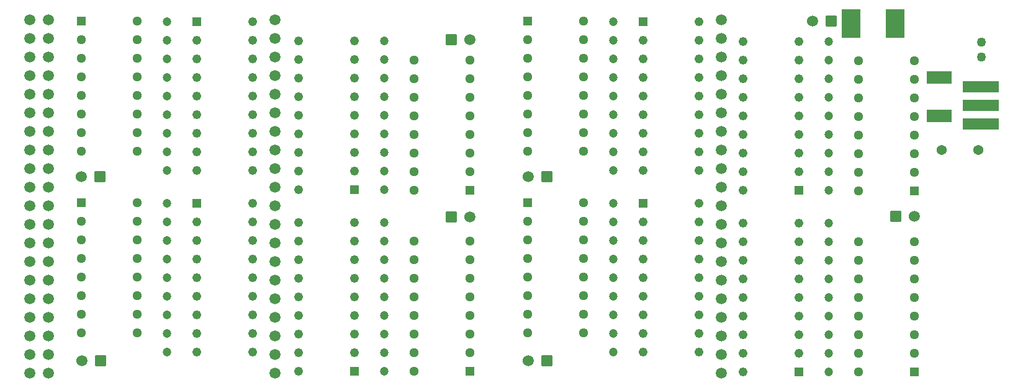
<source format=gts>
G04 #@! TF.GenerationSoftware,KiCad,Pcbnew,8.0.6-8.0.6-0~ubuntu24.04.1*
G04 #@! TF.CreationDate,2024-11-10T23:48:13-05:00*
G04 #@! TF.ProjectId,array,61727261-792e-46b6-9963-61645f706362,rev?*
G04 #@! TF.SameCoordinates,Original*
G04 #@! TF.FileFunction,Soldermask,Top*
G04 #@! TF.FilePolarity,Negative*
%FSLAX46Y46*%
G04 Gerber Fmt 4.6, Leading zero omitted, Abs format (unit mm)*
G04 Created by KiCad (PCBNEW 8.0.6-8.0.6-0~ubuntu24.04.1) date 2024-11-10 23:48:13*
%MOMM*%
%LPD*%
G01*
G04 APERTURE LIST*
G04 Aperture macros list*
%AMRoundRect*
0 Rectangle with rounded corners*
0 $1 Rounding radius*
0 $2 $3 $4 $5 $6 $7 $8 $9 X,Y pos of 4 corners*
0 Add a 4 corners polygon primitive as box body*
4,1,4,$2,$3,$4,$5,$6,$7,$8,$9,$2,$3,0*
0 Add four circle primitives for the rounded corners*
1,1,$1+$1,$2,$3*
1,1,$1+$1,$4,$5*
1,1,$1+$1,$6,$7*
1,1,$1+$1,$8,$9*
0 Add four rect primitives between the rounded corners*
20,1,$1+$1,$2,$3,$4,$5,0*
20,1,$1+$1,$4,$5,$6,$7,0*
20,1,$1+$1,$6,$7,$8,$9,0*
20,1,$1+$1,$8,$9,$2,$3,0*%
G04 Aperture macros list end*
%ADD10C,1.270000*%
%ADD11R,5.000000X1.500000*%
%ADD12R,3.505200X1.778000*%
%ADD13C,1.371600*%
%ADD14R,2.500000X4.000000*%
%ADD15RoundRect,0.102000X0.659000X0.659000X-0.659000X0.659000X-0.659000X-0.659000X0.659000X-0.659000X0*%
%ADD16C,1.522000*%
%ADD17RoundRect,0.102000X-0.659000X-0.659000X0.659000X-0.659000X0.659000X0.659000X-0.659000X0.659000X0*%
%ADD18C,1.500000*%
%ADD19R,1.227074X1.227074*%
%ADD20C,1.227074*%
%ADD21C,1.200000*%
%ADD22R,1.295400X1.295400*%
%ADD23C,1.295400*%
G04 APERTURE END LIST*
D10*
X215760000Y-106135650D03*
X215760000Y-104135650D03*
D11*
X215630000Y-115300000D03*
X215630000Y-112760000D03*
X215630000Y-110220000D03*
D12*
X210000000Y-114146200D03*
X210000000Y-108913800D03*
D13*
X210320000Y-118820000D03*
X215320000Y-118820000D03*
D14*
X197980000Y-101590000D03*
X203980000Y-101590000D03*
D15*
X156430000Y-122440000D03*
D16*
X153890000Y-122440000D03*
D17*
X204050000Y-127870000D03*
D16*
X206590000Y-127870000D03*
D18*
X119350000Y-149340000D03*
X119350000Y-146800000D03*
X119350000Y-144260000D03*
X119350000Y-141720000D03*
X119350000Y-139180000D03*
X119350000Y-136640000D03*
X119350000Y-134100000D03*
X119350000Y-131560000D03*
X119350000Y-129020000D03*
X119350000Y-126480000D03*
X119350000Y-123940000D03*
X119350000Y-121400000D03*
X119350000Y-118860000D03*
X119350000Y-116320000D03*
X119350000Y-113780000D03*
X119350000Y-111240000D03*
X119350000Y-108700000D03*
X119350000Y-106160000D03*
X119350000Y-103620000D03*
X119350000Y-101080000D03*
D15*
X156440000Y-147600000D03*
D16*
X153900000Y-147600000D03*
D17*
X143450000Y-127960000D03*
D16*
X145990000Y-127960000D03*
D15*
X195270000Y-101270000D03*
D16*
X192730000Y-101270000D03*
D18*
X85940000Y-101020000D03*
X85940000Y-103560000D03*
X85940000Y-106100000D03*
X85940000Y-108640000D03*
X85940000Y-111180000D03*
X85940000Y-113720000D03*
X85940000Y-116260000D03*
X85940000Y-118800000D03*
X85940000Y-121340000D03*
X85940000Y-123880000D03*
X85940000Y-126420000D03*
X85940000Y-128960000D03*
X85940000Y-131500000D03*
X85940000Y-134040000D03*
X85940000Y-136580000D03*
X85940000Y-139120000D03*
X85940000Y-141660000D03*
X85940000Y-144200000D03*
X85940000Y-146740000D03*
X85940000Y-149280000D03*
X88480000Y-149280000D03*
X88480000Y-146740000D03*
X88480000Y-144200000D03*
X88480000Y-141660000D03*
X88480000Y-139120000D03*
X88480000Y-136580000D03*
X88480000Y-134040000D03*
X88480000Y-131500000D03*
X88480000Y-128960000D03*
X88480000Y-126420000D03*
X88480000Y-123880000D03*
X88480000Y-121340000D03*
X88480000Y-118800000D03*
X88480000Y-116260000D03*
X88480000Y-113720000D03*
X88480000Y-111180000D03*
X88480000Y-108640000D03*
X88480000Y-106100000D03*
X88480000Y-103560000D03*
X88480000Y-101020000D03*
X180250000Y-101080000D03*
X180250000Y-103620000D03*
X180250000Y-106160000D03*
X180250000Y-108700000D03*
X180250000Y-111240000D03*
X180250000Y-113780000D03*
X180250000Y-116320000D03*
X180250000Y-118860000D03*
X180250000Y-121400000D03*
X180250000Y-123940000D03*
X180250000Y-126480000D03*
X180250000Y-129020000D03*
X180250000Y-131560000D03*
X180250000Y-134100000D03*
X180250000Y-136640000D03*
X180250000Y-139180000D03*
X180250000Y-141720000D03*
X180250000Y-144260000D03*
X180250000Y-146800000D03*
X180250000Y-149340000D03*
D17*
X143400000Y-103730000D03*
D16*
X145940000Y-103730000D03*
D15*
X95530000Y-122440000D03*
D16*
X92990000Y-122440000D03*
D15*
X95540000Y-147600000D03*
D16*
X93000000Y-147600000D03*
D19*
X190850000Y-149120000D03*
D20*
X190850000Y-146580000D03*
X190850000Y-144040000D03*
X190850000Y-141500000D03*
X190850000Y-138960000D03*
X190850000Y-136420000D03*
X190850000Y-133880000D03*
X190850000Y-131340000D03*
X190850000Y-128800000D03*
X183230000Y-128800000D03*
X183230000Y-131340000D03*
X183230000Y-133880000D03*
X183230000Y-136420000D03*
X183230000Y-138960000D03*
X183230000Y-141500000D03*
X183230000Y-144040000D03*
X183230000Y-146580000D03*
X183230000Y-149120000D03*
D21*
X134284000Y-103955000D03*
X134284000Y-106495000D03*
X134284000Y-109035000D03*
X134284000Y-111575000D03*
X134284000Y-114115000D03*
X134284000Y-116655000D03*
X134284000Y-119195000D03*
X134284000Y-121735000D03*
X134284000Y-124275000D03*
X194914000Y-128800000D03*
X194914000Y-131340000D03*
X194914000Y-133880000D03*
X194914000Y-136420000D03*
X194914000Y-138960000D03*
X194914000Y-141500000D03*
X194914000Y-144040000D03*
X194914000Y-146580000D03*
X194914000Y-149120000D03*
X165541000Y-121650000D03*
X165541000Y-119110000D03*
X165541000Y-116570000D03*
X165541000Y-114030000D03*
X165541000Y-111490000D03*
X165541000Y-108950000D03*
X165541000Y-106410000D03*
X165541000Y-103870000D03*
X165541000Y-101330000D03*
D22*
X206598000Y-124418500D03*
D23*
X206598000Y-121878500D03*
X206598000Y-119338500D03*
X206598000Y-116798500D03*
X206598000Y-114258500D03*
X206598000Y-111718500D03*
X206598000Y-109178500D03*
X206598000Y-106638500D03*
X198978000Y-106638500D03*
X198978000Y-109178500D03*
X198978000Y-111718500D03*
X198978000Y-114258500D03*
X198978000Y-116798500D03*
X198978000Y-119338500D03*
X198978000Y-121878500D03*
X198978000Y-124418500D03*
D19*
X190850000Y-124355000D03*
D20*
X190850000Y-121815000D03*
X190850000Y-119275000D03*
X190850000Y-116735000D03*
X190850000Y-114195000D03*
X190850000Y-111655000D03*
X190850000Y-109115000D03*
X190850000Y-106575000D03*
X190850000Y-104035000D03*
X183230000Y-104035000D03*
X183230000Y-106575000D03*
X183230000Y-109115000D03*
X183230000Y-111655000D03*
X183230000Y-114195000D03*
X183230000Y-116735000D03*
X183230000Y-119275000D03*
X183230000Y-121815000D03*
X183230000Y-124355000D03*
D22*
X153857000Y-126031500D03*
D23*
X153857000Y-128571500D03*
X153857000Y-131111500D03*
X153857000Y-133651500D03*
X153857000Y-136191500D03*
X153857000Y-138731500D03*
X153857000Y-141271500D03*
X153857000Y-143811500D03*
X161477000Y-143811500D03*
X161477000Y-141271500D03*
X161477000Y-138731500D03*
X161477000Y-136191500D03*
X161477000Y-133651500D03*
X161477000Y-131111500D03*
X161477000Y-128571500D03*
X161477000Y-126031500D03*
D19*
X169605000Y-126095000D03*
D20*
X169605000Y-128635000D03*
X169605000Y-131175000D03*
X169605000Y-133715000D03*
X169605000Y-136255000D03*
X169605000Y-138795000D03*
X169605000Y-141335000D03*
X169605000Y-143875000D03*
X169605000Y-146415000D03*
X177225000Y-146415000D03*
X177225000Y-143875000D03*
X177225000Y-141335000D03*
X177225000Y-138795000D03*
X177225000Y-136255000D03*
X177225000Y-133715000D03*
X177225000Y-131175000D03*
X177225000Y-128635000D03*
X177225000Y-126095000D03*
D21*
X194914000Y-104035000D03*
X194914000Y-106575000D03*
X194914000Y-109115000D03*
X194914000Y-111655000D03*
X194914000Y-114195000D03*
X194914000Y-116735000D03*
X194914000Y-119275000D03*
X194914000Y-121815000D03*
X194914000Y-124355000D03*
D22*
X206598000Y-149183500D03*
D23*
X206598000Y-146643500D03*
X206598000Y-144103500D03*
X206598000Y-141563500D03*
X206598000Y-139023500D03*
X206598000Y-136483500D03*
X206598000Y-133943500D03*
X206598000Y-131403500D03*
X198978000Y-131403500D03*
X198978000Y-133943500D03*
X198978000Y-136483500D03*
X198978000Y-139023500D03*
X198978000Y-141563500D03*
X198978000Y-144103500D03*
X198978000Y-146643500D03*
X198978000Y-149183500D03*
D19*
X130220000Y-124275000D03*
D20*
X130220000Y-121735000D03*
X130220000Y-119195000D03*
X130220000Y-116655000D03*
X130220000Y-114115000D03*
X130220000Y-111575000D03*
X130220000Y-109035000D03*
X130220000Y-106495000D03*
X130220000Y-103955000D03*
X122600000Y-103955000D03*
X122600000Y-106495000D03*
X122600000Y-109035000D03*
X122600000Y-111575000D03*
X122600000Y-114115000D03*
X122600000Y-116655000D03*
X122600000Y-119195000D03*
X122600000Y-121735000D03*
X122600000Y-124275000D03*
D22*
X145968000Y-149103500D03*
D23*
X145968000Y-146563500D03*
X145968000Y-144023500D03*
X145968000Y-141483500D03*
X145968000Y-138943500D03*
X145968000Y-136403500D03*
X145968000Y-133863500D03*
X145968000Y-131323500D03*
X138348000Y-131323500D03*
X138348000Y-133863500D03*
X138348000Y-136403500D03*
X138348000Y-138943500D03*
X138348000Y-141483500D03*
X138348000Y-144023500D03*
X138348000Y-146563500D03*
X138348000Y-149103500D03*
D22*
X145968000Y-124338500D03*
D23*
X145968000Y-121798500D03*
X145968000Y-119258500D03*
X145968000Y-116718500D03*
X145968000Y-114178500D03*
X145968000Y-111638500D03*
X145968000Y-109098500D03*
X145968000Y-106558500D03*
X138348000Y-106558500D03*
X138348000Y-109098500D03*
X138348000Y-111638500D03*
X138348000Y-114178500D03*
X138348000Y-116718500D03*
X138348000Y-119258500D03*
X138348000Y-121798500D03*
X138348000Y-124338500D03*
D21*
X134284000Y-128720000D03*
X134284000Y-131260000D03*
X134284000Y-133800000D03*
X134284000Y-136340000D03*
X134284000Y-138880000D03*
X134284000Y-141420000D03*
X134284000Y-143960000D03*
X134284000Y-146500000D03*
X134284000Y-149040000D03*
X165541000Y-146415000D03*
X165541000Y-143875000D03*
X165541000Y-141335000D03*
X165541000Y-138795000D03*
X165541000Y-136255000D03*
X165541000Y-133715000D03*
X165541000Y-131175000D03*
X165541000Y-128635000D03*
X165541000Y-126095000D03*
D19*
X130220000Y-149040000D03*
D20*
X130220000Y-146500000D03*
X130220000Y-143960000D03*
X130220000Y-141420000D03*
X130220000Y-138880000D03*
X130220000Y-136340000D03*
X130220000Y-133800000D03*
X130220000Y-131260000D03*
X130220000Y-128720000D03*
X122600000Y-128720000D03*
X122600000Y-131260000D03*
X122600000Y-133800000D03*
X122600000Y-136340000D03*
X122600000Y-138880000D03*
X122600000Y-141420000D03*
X122600000Y-143960000D03*
X122600000Y-146500000D03*
X122600000Y-149040000D03*
D22*
X92957000Y-126031500D03*
D23*
X92957000Y-128571500D03*
X92957000Y-131111500D03*
X92957000Y-133651500D03*
X92957000Y-136191500D03*
X92957000Y-138731500D03*
X92957000Y-141271500D03*
X92957000Y-143811500D03*
X100577000Y-143811500D03*
X100577000Y-141271500D03*
X100577000Y-138731500D03*
X100577000Y-136191500D03*
X100577000Y-133651500D03*
X100577000Y-131111500D03*
X100577000Y-128571500D03*
X100577000Y-126031500D03*
D21*
X104641000Y-121650000D03*
X104641000Y-119110000D03*
X104641000Y-116570000D03*
X104641000Y-114030000D03*
X104641000Y-111490000D03*
X104641000Y-108950000D03*
X104641000Y-106410000D03*
X104641000Y-103870000D03*
X104641000Y-101330000D03*
D19*
X108705000Y-101330000D03*
D20*
X108705000Y-103870000D03*
X108705000Y-106410000D03*
X108705000Y-108950000D03*
X108705000Y-111490000D03*
X108705000Y-114030000D03*
X108705000Y-116570000D03*
X108705000Y-119110000D03*
X108705000Y-121650000D03*
X116325000Y-121650000D03*
X116325000Y-119110000D03*
X116325000Y-116570000D03*
X116325000Y-114030000D03*
X116325000Y-111490000D03*
X116325000Y-108950000D03*
X116325000Y-106410000D03*
X116325000Y-103870000D03*
X116325000Y-101330000D03*
D19*
X108705000Y-126095000D03*
D20*
X108705000Y-128635000D03*
X108705000Y-131175000D03*
X108705000Y-133715000D03*
X108705000Y-136255000D03*
X108705000Y-138795000D03*
X108705000Y-141335000D03*
X108705000Y-143875000D03*
X108705000Y-146415000D03*
X116325000Y-146415000D03*
X116325000Y-143875000D03*
X116325000Y-141335000D03*
X116325000Y-138795000D03*
X116325000Y-136255000D03*
X116325000Y-133715000D03*
X116325000Y-131175000D03*
X116325000Y-128635000D03*
X116325000Y-126095000D03*
D22*
X92957000Y-101266500D03*
D23*
X92957000Y-103806500D03*
X92957000Y-106346500D03*
X92957000Y-108886500D03*
X92957000Y-111426500D03*
X92957000Y-113966500D03*
X92957000Y-116506500D03*
X92957000Y-119046500D03*
X100577000Y-119046500D03*
X100577000Y-116506500D03*
X100577000Y-113966500D03*
X100577000Y-111426500D03*
X100577000Y-108886500D03*
X100577000Y-106346500D03*
X100577000Y-103806500D03*
X100577000Y-101266500D03*
D21*
X104641000Y-146415000D03*
X104641000Y-143875000D03*
X104641000Y-141335000D03*
X104641000Y-138795000D03*
X104641000Y-136255000D03*
X104641000Y-133715000D03*
X104641000Y-131175000D03*
X104641000Y-128635000D03*
X104641000Y-126095000D03*
D22*
X153857000Y-101266500D03*
D23*
X153857000Y-103806500D03*
X153857000Y-106346500D03*
X153857000Y-108886500D03*
X153857000Y-111426500D03*
X153857000Y-113966500D03*
X153857000Y-116506500D03*
X153857000Y-119046500D03*
X161477000Y-119046500D03*
X161477000Y-116506500D03*
X161477000Y-113966500D03*
X161477000Y-111426500D03*
X161477000Y-108886500D03*
X161477000Y-106346500D03*
X161477000Y-103806500D03*
X161477000Y-101266500D03*
D19*
X169605000Y-101330000D03*
D20*
X169605000Y-103870000D03*
X169605000Y-106410000D03*
X169605000Y-108950000D03*
X169605000Y-111490000D03*
X169605000Y-114030000D03*
X169605000Y-116570000D03*
X169605000Y-119110000D03*
X169605000Y-121650000D03*
X177225000Y-121650000D03*
X177225000Y-119110000D03*
X177225000Y-116570000D03*
X177225000Y-114030000D03*
X177225000Y-111490000D03*
X177225000Y-108950000D03*
X177225000Y-106410000D03*
X177225000Y-103870000D03*
X177225000Y-101330000D03*
M02*

</source>
